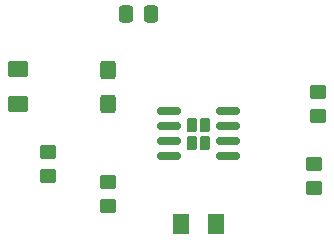
<source format=gbr>
%TF.GenerationSoftware,KiCad,Pcbnew,(6.0.10)*%
%TF.CreationDate,2023-02-17T12:14:38-08:00*%
%TF.ProjectId,lab4newproject,6c616234-6e65-4777-9072-6f6a6563742e,rev?*%
%TF.SameCoordinates,Original*%
%TF.FileFunction,Paste,Top*%
%TF.FilePolarity,Positive*%
%FSLAX46Y46*%
G04 Gerber Fmt 4.6, Leading zero omitted, Abs format (unit mm)*
G04 Created by KiCad (PCBNEW (6.0.10)) date 2023-02-17 12:14:38*
%MOMM*%
%LPD*%
G01*
G04 APERTURE LIST*
G04 Aperture macros list*
%AMRoundRect*
0 Rectangle with rounded corners*
0 $1 Rounding radius*
0 $2 $3 $4 $5 $6 $7 $8 $9 X,Y pos of 4 corners*
0 Add a 4 corners polygon primitive as box body*
4,1,4,$2,$3,$4,$5,$6,$7,$8,$9,$2,$3,0*
0 Add four circle primitives for the rounded corners*
1,1,$1+$1,$2,$3*
1,1,$1+$1,$4,$5*
1,1,$1+$1,$6,$7*
1,1,$1+$1,$8,$9*
0 Add four rect primitives between the rounded corners*
20,1,$1+$1,$2,$3,$4,$5,0*
20,1,$1+$1,$4,$5,$6,$7,0*
20,1,$1+$1,$6,$7,$8,$9,0*
20,1,$1+$1,$8,$9,$2,$3,0*%
G04 Aperture macros list end*
%ADD10RoundRect,0.250000X0.450000X-0.350000X0.450000X0.350000X-0.450000X0.350000X-0.450000X-0.350000X0*%
%ADD11RoundRect,0.250000X0.425000X-0.537500X0.425000X0.537500X-0.425000X0.537500X-0.425000X-0.537500X0*%
%ADD12RoundRect,0.230000X-0.230000X-0.375000X0.230000X-0.375000X0.230000X0.375000X-0.230000X0.375000X0*%
%ADD13RoundRect,0.150000X-0.825000X-0.150000X0.825000X-0.150000X0.825000X0.150000X-0.825000X0.150000X0*%
%ADD14RoundRect,0.250001X-0.624999X0.462499X-0.624999X-0.462499X0.624999X-0.462499X0.624999X0.462499X0*%
%ADD15RoundRect,0.250000X-0.450000X0.350000X-0.450000X-0.350000X0.450000X-0.350000X0.450000X0.350000X0*%
%ADD16RoundRect,0.250001X-0.462499X-0.624999X0.462499X-0.624999X0.462499X0.624999X-0.462499X0.624999X0*%
%ADD17RoundRect,0.250000X0.337500X0.475000X-0.337500X0.475000X-0.337500X-0.475000X0.337500X-0.475000X0*%
G04 APERTURE END LIST*
D10*
%TO.C,R4*%
X127000000Y-105140000D03*
X127000000Y-103140000D03*
%TD*%
D11*
%TO.C,C1*%
X132080000Y-99060000D03*
X132080000Y-96185000D03*
%TD*%
D12*
%TO.C,U1*%
X140270000Y-102350000D03*
X139130000Y-102350000D03*
X139130000Y-100850000D03*
X140270000Y-100850000D03*
D13*
X137225000Y-99695000D03*
X137225000Y-100965000D03*
X137225000Y-102235000D03*
X137225000Y-103505000D03*
X142175000Y-103505000D03*
X142175000Y-102235000D03*
X142175000Y-100965000D03*
X142175000Y-99695000D03*
%TD*%
D10*
%TO.C,R3*%
X132080000Y-107680000D03*
X132080000Y-105680000D03*
%TD*%
D14*
%TO.C,D2*%
X124460000Y-96085000D03*
X124460000Y-99060000D03*
%TD*%
D15*
%TO.C,R1*%
X149860000Y-98060000D03*
X149860000Y-100060000D03*
%TD*%
D16*
%TO.C,D1*%
X138212500Y-109220000D03*
X141187500Y-109220000D03*
%TD*%
D17*
%TO.C,C2*%
X135657500Y-91440000D03*
X133582500Y-91440000D03*
%TD*%
D15*
%TO.C,R2*%
X149515000Y-104140000D03*
X149515000Y-106140000D03*
%TD*%
M02*

</source>
